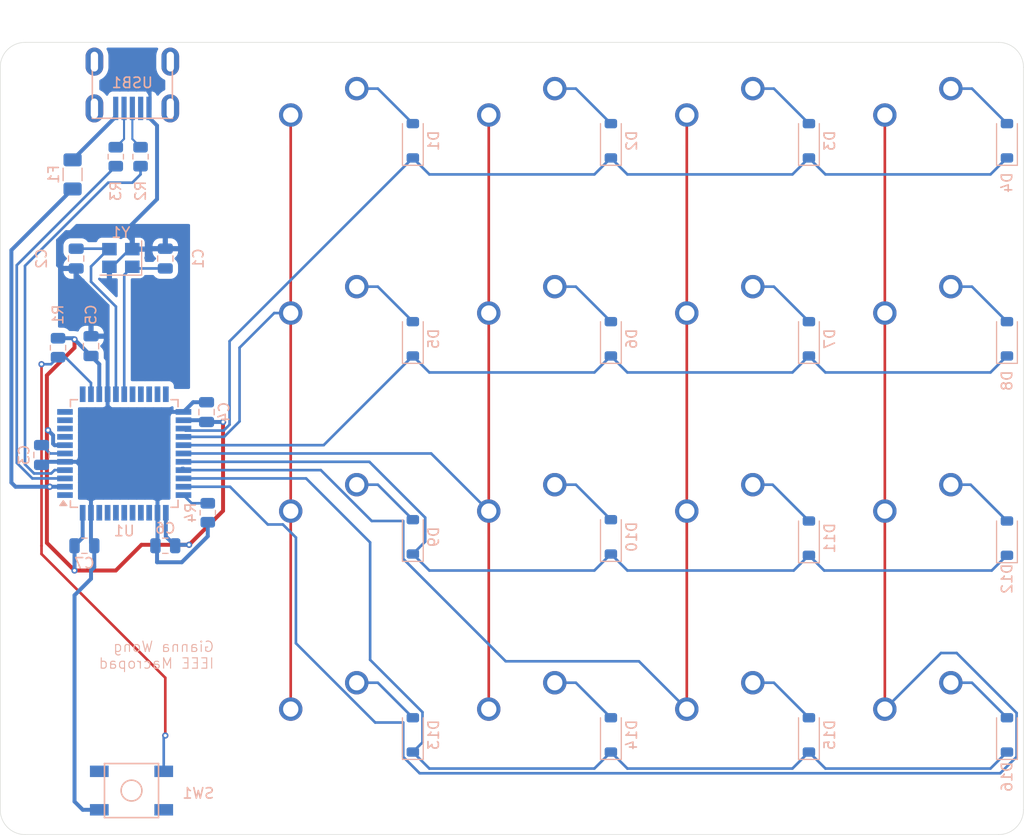
<source format=kicad_pcb>
(kicad_pcb (version 20240108) (generator "pcbnew") (generator_version "8.0")
  (layers (0 "F.Cu" signal) (31 "B.Cu" signal) (34 "B.Paste" user) (35 "F.Paste" user) (36 "B.SilkS" user "B.Silkscreen") (37 "F.SilkS" user "F.Silkscreen") (38 "B.Mask" user) (39 "F.Mask" user) (44 "Edge.Cuts" user))
  (net 0 "")
  (net 1 "GND")
  (net 2 "Net-(U1-UCAP)")
  (net 3 "+5V")
  (net 4 "Net-(U1-XTAL1)")
  (net 5 "Net-(U1-XTAL2)")
  (net 6 "Net-(D1-A)")
  (net 7 "ROW0")
  (net 8 "Net-(D2-A)")
  (net 9 "Net-(D3-A)")
  (net 10 "Net-(D4-A)")
  (net 11 "ROW1")
  (net 12 "Net-(D5-A)")
  (net 13 "Net-(D6-A)")
  (net 14 "Net-(D7-A)")
  (net 15 "Net-(D8-A)")
  (net 16 "Net-(D9-A)")
  (net 17 "ROW2")
  (net 18 "Net-(D10-A)")
  (net 19 "Net-(D11-A)")
  (net 20 "Net-(D12-A)")
  (net 21 "Net-(D13-A)")
  (net 22 "ROW3")
  (net 23 "Net-(D14-A)")
  (net 24 "Net-(D15-A)")
  (net 25 "Net-(D16-A)")
  (net 26 "VCC")
  (net 27 "COL0")
  (net 28 "COL1")
  (net 29 "COL2")
  (net 30 "COL3")
  (net 34 "Net-(U1-D-)")
  (net 35 "Net-(U1-~{HWB}{slash}PE2)")
  (net 36 "D+")
  (net 37 "Net-(U1-D+)")
  (net 38 "D-")
  (net 39 "Net-(U1-~{RESET})")
  (footprint "MX_Only:MXOnly-1U-NoLED" (layer "F.Cu") (at 176.2125 53.18125)
    (property "Reference" "MX6")
    (property "Value" "MX-NoLED")
  )
  (footprint "MX_Only:MXOnly-1U-NoLED" (layer "F.Cu") (at 195.2625 72.23125)
    (property "Reference" "MX11")
    (property "Value" "MX-NoLED")
  )
  (footprint "MX_Only:MXOnly-1U-NoLED" (layer "F.Cu") (at 214.3125 91.28125)
    (property "Reference" "MX16")
    (property "Value" "MX-NoLED")
  )
  (footprint "MX_Only:MXOnly-1U-NoLED" (layer "F.Cu") (at 214.3125 53.18125)
    (property "Reference" "MX8")
    (property "Value" "MX-NoLED")
  )
  (footprint "MX_Only:MXOnly-1U-NoLED" (layer "F.Cu") (at 214.3125 34.13125)
    (property "Reference" "MX4")
    (property "Value" "MX-NoLED")
  )
  (footprint "MX_Only:MXOnly-1U-NoLED" (layer "F.Cu") (at 195.2625 34.13125)
    (property "Reference" "MX3")
    (property "Value" "MX-NoLED")
  )
  (footprint "MX_Only:MXOnly-1U-NoLED" (layer "F.Cu") (at 157.1625 53.18125)
    (property "Reference" "MX5")
    (property "Value" "MX-NoLED")
  )
  (footprint "MX_Only:MXOnly-1U-NoLED" (layer "F.Cu") (at 157.1625 34.13125)
    (property "Reference" "MX1")
    (property "Value" "MX-NoLED")
  )
  (footprint "MX_Only:MXOnly-1U-NoLED" (layer "F.Cu") (at 214.3125 72.23125)
    (property "Reference" "MX12")
    (property "Value" "MX-NoLED")
  )
  (footprint "MX_Only:MXOnly-1U-NoLED" (layer "F.Cu") (at 195.2625 91.28125)
    (property "Reference" "MX15")
    (property "Value" "MX-NoLED")
  )
  (footprint "MX_Only:MXOnly-1U-NoLED" (layer "F.Cu") (at 176.2125 34.13125)
    (property "Reference" "MX2")
    (property "Value" "MX-NoLED")
  )
  (footprint "MX_Only:MXOnly-1U-NoLED" (layer "F.Cu") (at 157.1625 72.23125)
    (property "Reference" "MX9")
    (property "Value" "MX-NoLED")
  )
  (footprint "MX_Only:MXOnly-1U-NoLED" (layer "F.Cu") (at 195.2625 53.18125)
    (property "Reference" "MX7")
    (property "Value" "MX-NoLED")
  )
  (footprint "MX_Only:MXOnly-1U-NoLED" (layer "F.Cu") (at 176.2125 72.23125)
    (property "Reference" "MX10")
    (property "Value" "MX-NoLED")
  )
  (footprint "MX_Only:MXOnly-1U-NoLED" (layer "F.Cu") (at 176.2125 91.28125)
    (property "Reference" "MX14")
    (property "Value" "MX-NoLED")
  )
  (footprint "MX_Only:MXOnly-1U-NoLED" (layer "F.Cu") (at 157.1625 91.28125)
    (property "Reference" "MX13")
    (property "Value" "MX-NoLED")
  )
  (footprint "Diode_SMD:D_SOD-123" (layer "B.Cu") (at 165.1 72.16875 90)
    (property "Reference" "D9")
    (property "Value" "SOD-123")
  )
  (footprint "random-keyboard-parts:Molex-0548190589" (layer "B.Cu") (at 138.11875 26.45625 -90)
    (property "Reference" "USB1")
    (property "Value" "Molex-0548190589")
  )
  (footprint "random-keyboard-parts:SKQG-1155865" (layer "B.Cu") (at 138.0375 96.575 180)
    (property "Reference" "SW1")
    (property "Value" "SW_Push")
  )
  (footprint "Diode_SMD:D_SOD-123" (layer "B.Cu") (at 184.15 72.16875 90)
    (property "Reference" "D10")
    (property "Value" "SOD-123")
  )
  (footprint "Diode_SMD:D_SOD-123" (layer "B.Cu") (at 184.15 34.06875 90)
    (property "Reference" "D2")
    (property "Value" "SOD-123")
  )
  (footprint "Diode_SMD:D_SOD-123" (layer "B.Cu") (at 165.1 91.21875 90)
    (property "Reference" "D13")
    (property "Value" "SOD-123")
  )
  (footprint "Diode_SMD:D_SOD-123" (layer "B.Cu") (at 203.2 72.29375 90)
    (property "Reference" "D11")
    (property "Value" "SOD-123")
  )
  (footprint "Resistor_SMD:R_0805_2012Metric" (layer "B.Cu") (at 136.525 35.6 -90)
    (property "Reference" "R3")
    (property "Value" "22")
  )
  (footprint "Capacitor_SMD:C_0805_2012Metric" (layer "B.Cu") (at 141.2875 73.025 180)
    (property "Reference" "C6")
    (property "Value" "0.1uF")
  )
  (footprint "Diode_SMD:D_SOD-123" (layer "B.Cu") (at 165.1 53.11875 90)
    (property "Reference" "D5")
    (property "Value" "SOD-123")
  )
  (footprint "Diode_SMD:D_SOD-123" (layer "B.Cu") (at 222.25 34.06875 90)
    (property "Reference" "D4")
    (property "Value" "SOD-123")
  )
  (footprint "Resistor_SMD:R_0805_2012Metric" (layer "B.Cu") (at 130.96875 53.975 -90)
    (property "Reference" "R1")
    (property "Value" "10k")
  )
  (footprint "Diode_SMD:D_SOD-123" (layer "B.Cu") (at 165.1 34.06875 90)
    (property "Reference" "D1")
    (property "Value" "SOD-123")
  )
  (footprint "Capacitor_SMD:C_0805_2012Metric" (layer "B.Cu") (at 133.50625 73.025)
    (property "Reference" "C7")
    (property "Value" "10uF")
  )
  (footprint "Diode_SMD:D_SOD-123" (layer "B.Cu") (at 222.25 91.21875 90)
    (property "Reference" "D16")
    (property "Value" "SOD-123")
  )
  (footprint "Capacitor_SMD:C_0805_2012Metric" (layer "B.Cu") (at 134.14375 53.81875 90)
    (property "Reference" "C5")
    (property "Value" "0.1uF")
  )
  (footprint "Diode_SMD:D_SOD-123" (layer "B.Cu") (at 203.2 91.21875 90)
    (property "Reference" "D15")
    (property "Value" "SOD-123")
  )
  (footprint "Diode_SMD:D_SOD-123" (layer "B.Cu") (at 184.15 91.21875 90)
    (property "Reference" "D14")
    (property "Value" "SOD-123")
  )
  (footprint "Resistor_SMD:R_0805_2012Metric" (layer "B.Cu") (at 138.90625 35.6 -90)
    (property "Reference" "R2")
    (property "Value" "22")
  )
  (footprint "Capacitor_SMD:C_0805_2012Metric" (layer "B.Cu") (at 129.38125 64.29375 -90)
    (property "Reference" "C3")
    (property "Value" "1uF")
  )
  (footprint "Diode_SMD:D_SOD-123" (layer "B.Cu") (at 222.25 72.29375 90)
    (property "Reference" "D12")
    (property "Value" "SOD-123")
  )
  (footprint "Capacitor_SMD:C_0805_2012Metric" (layer "B.Cu") (at 132.7125 45.4 90)
    (property "Reference" "C2")
    (property "Value" "22pF")
  )
  (footprint "Package_QFP:TQFP-44_10x10mm_P0.8mm" (layer "B.Cu") (at 137.3375 64.15)
    (property "Reference" "U1")
    (property "Value" "ATmega32U4-A")
  )
  (footprint "Diode_SMD:D_SOD-123" (layer "B.Cu") (at 222.25 53.11875 90)
    (property "Reference" "D8")
    (property "Value" "SOD-123")
  )
  (footprint "Resistor_SMD:R_0805_2012Metric" (layer "B.Cu") (at 145.375 69.85 -90)
    (property "Reference" "R4")
    (property "Value" "10k")
  )
  (footprint "Crystal:Crystal_SMD_3225-4Pin_3.2x2.5mm" (layer "B.Cu") (at 137.0125 45.34375 180)
    (property "Reference" "Y1")
    (property "Value" "16MHz")
  )
  (footprint "Fuse:Fuse_1206_3216Metric" (layer "B.Cu") (at 132.36875 37.30625 -90)
    (property "Reference" "F1")
    (property "Value" "500mA")
  )
  (footprint "Diode_SMD:D_SOD-123" (layer "B.Cu") (at 203.2 34.06875 90)
    (property "Reference" "D3")
    (property "Value" "SOD-123")
  )
  (footprint "Capacitor_SMD:C_0805_2012Metric" (layer "B.Cu") (at 141.2875 45.4 -90)
    (property "Reference" "C1")
    (property "Value" "22pF")
  )
  (footprint "Diode_SMD:D_SOD-123" (layer "B.Cu") (at 184.15 53.11875 90)
    (property "Reference" "D6")
    (property "Value" "SOD-123")
  )
  (footprint "Capacitor_SMD:C_0805_2012Metric" (layer "B.Cu") (at 145.25625 60.16875 90)
    (property "Reference" "C4")
    (property "Value" "0.1uF")
  )
  (footprint "Diode_SMD:D_SOD-123" (layer "B.Cu") (at 203.2 53.11875 90)
    (property "Reference" "D7")
    (property "Value" "SOD-123")
  )
  (gr_line (start 221.45625 100.80625) (end 127.79375 100.80625) (stroke (width 0.05)) (layer "Edge.Cuts"))
  (gr_line (start 223.8375 26.9875) (end 223.8375 98.425) (stroke (width 0.05)) (layer "Edge.Cuts"))
  (gr_line (start 127.79375 24.60625) (end 221.45625 24.60625) (stroke (width 0.05)) (layer "Edge.Cuts"))
  (gr_arc (start 221.45625 24.60625) (mid 223.140048 25.303702) (end 223.8375 26.9875) (stroke (width 0.05)) (layer "Edge.Cuts"))
  (gr_arc (start 223.8375 98.425) (mid 223.140048 100.108798) (end 221.45625 100.80625) (stroke (width 0.05)) (layer "Edge.Cuts"))
  (gr_arc (start 125.4125 26.9875) (mid 126.109952 25.303702) (end 127.79375 24.60625) (stroke (width 0.05)) (layer "Edge.Cuts"))
  (gr_arc (start 127.79375 100.80625) (mid 126.109952 100.108798) (end 125.4125 98.425) (stroke (width 0.05)) (layer "Edge.Cuts"))
  (gr_line (start 125.4125 98.425) (end 125.4125 26.9875) (stroke (width 0.05)) (layer "Edge.Cuts"))
  (gr_text "Gianna Wong\nIEEE Macropad" (at 146.05 84.93125 0) (layer "B.SilkS") (effects (font (size 1 1) (thickness 0.1)) (justify left bottom mirror)))
  (segment (start 130.96875 46.0375) (end 130.96875 43.65625) (width 0.381) (layer "B.Cu") (net 1))
  (segment (start 137.31875 42.8625) (end 138.1125 43.65625) (width 0.381) (layer "B.Cu") (net 1))
  (segment (start 138.15625 44.45) (end 138.1125 44.49375) (width 0.254) (layer "B.Cu") (net 1))
  (segment (start 131.7625 42.8625) (end 137.31875 42.8625) (width 0.381) (layer "B.Cu") (net 1))
  (segment (start 136.1665 46.19375) (end 137.8665 44.49375) (width 0.254) (layer "B.Cu") (net 1))
  (segment (start 132.7125 46.35) (end 132.7125 46.925606) (width 0.381) (layer "B.Cu") (net 1))
  (segment (start 145.375 70.7625) (end 145.375 72.1125) (width 0.381) (layer "B.Cu") (net 1))
  (segment (start 140.49375 74.6125) (end 140.49375 73.18125) (width 0.381) (layer "B.Cu") (net 1))
  (segment (start 135.7375 53.18125) (end 135.7375 58.45) (width 0.381) (layer "B.Cu") (net 1))
  (segment (start 135.73125 58.7375) (end 135.7375 58.73125) (width 0.381) (layer "B.Cu") (net 1))
  (segment (start 129.38125 65.24375) (end 129.675 64.95) (width 0.381) (layer "B.Cu") (net 1))
  (segment (start 132.55625 77.7875) (end 134.14375 76.2) (width 0.381) (layer "B.Cu") (net 1))
  (segment (start 138.55025 62.39375) (end 138.55025 66.319) (width 0.381) (layer "B.Cu") (net 1))
  (segment (start 132.7685 64.95) (end 134.1375 66.319) (width 0.381) (layer "B.Cu") (net 1))
  (segment (start 131.28125 46.35) (end 130.96875 46.0375) (width 0.381) (layer "B.Cu") (net 1))
  (segment (start 135.9125 46.19375) (end 136.1665 46.19375) (width 0.254) (layer "B.Cu") (net 1))
  (segment (start 140.5375 72.825) (end 140.3375 73.025) (width 0.381) (layer "B.Cu") (net 1))
  (segment (start 135.8875 46.19375) (end 135.73125 46.0375) (width 0.381) (layer "B.Cu") (net 1))
  (segment (start 140.5375 68.30625) (end 140.5375 69.85) (width 0.381) (layer "B.Cu") (net 1))
  (segment (start 134.1375 72.70625) (end 134.1375 69.85) (width 0.381) (layer "B.Cu") (net 1))
  (segment (start 131.6375 64.95) (end 132.7685 64.95) (width 0.381) (layer "B.Cu") (net 1))
  (segment (start 141.24375 44.49375) (end 141.2875 44.45) (width 0.254) (layer "B.Cu") (net 1))
  (segment (start 134.1375 66.319) (end 134.1375 69.85) (width 0.381) (layer "B.Cu") (net 1))
  (segment (start 140.794 60.15) (end 143.0375 60.15) (width 0.381) (layer "B.Cu") (net 1))
  (segment (start 132.7125 46.925606) (end 135.7375 49.950606) (width 0.381) (layer "B.Cu") (net 1))
  (segment (start 134.1375 66.319) (end 138.55025 66.319) (width 0.381) (layer "B.Cu") (net 1))
  (segment (start 135.7375 58.45) (end 135.7375 58.73125) (width 0.381) (layer "B.Cu") (net 1))
  (segment (start 137.8665 44.49375) (end 138.1125 44.49375) (width 0.254) (layer "B.Cu") (net 1))
  (segment (start 135.7375 59.581) (end 138.55025 62.39375) (width 0.381) (layer "B.Cu") (net 1))
  (segment (start 138.1125 43.65625) (end 138.1125 44.49375) (width 0.381) (layer "B.Cu") (net 1))
  (segment (start 143.96875 59.21875) (end 143.0375 60.15) (width 0.381) (layer "B.Cu") (net 1))
  (segment (start 135.7375 58.45) (end 135.7375 59.581) (width 0.381) (layer "B.Cu") (net 1))
  (segment (start 138.55025 66.319) (end 140.5375 68.30625) (width 0.381) (layer "B.Cu") (net 1))
  (segment (start 140.49375 39.6875) (end 137.31875 42.8625) (width 0.381) (layer "B.Cu") (net 1))
  (segment (start 142.875 74.6125) (end 140.49375 74.6125) (width 0.381) (layer "B.Cu") (net 1))
  (segment (start 130.96875 43.65625) (end 131.7625 42.8625) (width 0.381) (layer "B.Cu") (net 1))
  (segment (start 140.49375 73.18125) (end 140.3375 73.025) (width 0.381) (layer "B.Cu") (net 1))
  (segment (start 145.375 72.1125) (end 142.875 74.6125) (width 0.381) (layer "B.Cu") (net 1))
  (segment (start 134.45625 75.09375) (end 134.45625 73.025) (width 0.381) (layer "B.Cu") (net 1))
  (segment (start 134.14375 76.2) (end 134.14375 75.40625) (width 0.381) (layer "B.Cu") (net 1))
  (segment (start 145.25625 59.21875) (end 143.96875 59.21875) (width 0.381) (layer "B.Cu") (net 1))
  (segment (start 140.5375 69.85) (end 140.5375 72.825) (width 0.381) (layer "B.Cu") (net 1))
  (segment (start 141.2875 44.45) (end 138.15625 44.45) (width 0.254) (layer "B.Cu") (net 1))
  (segment (start 135.425 52.86875) (end 135.7375 53.18125) (width 0.381) (layer "B.Cu") (net 1))
  (segment (start 133.35 98.425) (end 132.55625 97.63125) (width 0.381) (layer "B.Cu") (net 1))
  (segment (start 134.14375 75.40625) (end 134.45625 75.09375) (width 0.381) (layer "B.Cu") (net 1))
  (segment (start 134.9375 98.425) (end 133.35 98.425) (width 0.381) (layer "B.Cu") (net 1))
  (segment (start 134.14375 52.86875) (end 135.425 52.86875) (width 0.381) (layer "B.Cu") (net 1))
  (segment (start 129.675 64.95) (end 131.6375 64.95) (width 0.381) (layer "B.Cu") (net 1))
  (segment (start 132.55625 97.63125) (end 132.55625 77.7875) (width 0.381) (layer "B.Cu") (net 1))
  (segment (start 138.55025 62.39375) (end 140.794 60.15) (width 0.381) (layer "B.Cu") (net 1))
  (segment (start 135.7375 49.950606) (end 135.7375 53.18125) (width 0.381) (layer "B.Cu") (net 1))
  (segment (start 134.45625 73.025) (end 134.1375 72.70625) (width 0.381) (layer "B.Cu") (net 1))
  (segment (start 140.49375 32.60625) (end 140.49375 39.6875) (width 0.381) (layer "B.Cu") (net 1))
  (segment (start 132.7125 46.35) (end 131.28125 46.35) (width 0.381) (layer "B.Cu") (net 1))
  (segment (start 140.49375 32.60625) (end 139.71875 31.83125) (width 0.381) (layer "B.Cu") (net 1))
  (segment (start 139.71875 31.83125) (end 139.71875 30.95625) (width 0.381) (layer "B.Cu") (net 1))
  (segment (start 130.1875 64.15) (end 131.6375 64.15) (width 0.254) (layer "B.Cu") (net 2))
  (segment (start 129.38125 63.34375) (end 130.1875 64.15) (width 0.254) (layer "B.Cu") (net 2))
  (segment (start 130.05625 67.46875) (end 130.175 67.35) (width 0.381) (layer "F.Cu") (net 3))
  (segment (start 143.577367 72.933617) (end 138.997633 72.933617) (width 0.381) (layer "F.Cu") (net 3))
  (segment (start 129.89875 56.6325) (end 129.89875 67.46875) (width 0.381) (layer "F.Cu") (net 3))
  (segment (start 129.89875 67.46875) (end 130.05625 67.46875) (width 0.381) (layer "F.Cu") (net 3))
  (segment (start 136.525 75.40625) (end 132.55625 75.40625) (width 0.381) (layer "F.Cu") (net 3))
  (segment (start 146.84375 61.11875) (end 146.84375 69.667234) (width 0.381) (layer "F.Cu") (net 3))
  (segment (start 146.84375 69.667234) (end 143.577367 72.933617) (width 0.381) (layer "F.Cu") (net 3))
  (segment (start 129.89875 67.46875) (end 129.89875 72.74875) (width 0.381) (layer "F.Cu") (net 3))
  (segment (start 132.55625 53.975) (end 129.89875 56.6325) (width 0.381) (layer "F.Cu") (net 3))
  (segment (start 132.55625 53.18125) (end 132.55625 53.975) (width 0.381) (layer "F.Cu") (net 3))
  (segment (start 129.89875 72.74875) (end 132.55625 75.40625) (width 0.381) (layer "F.Cu") (net 3))
  (segment (start 138.997633 72.933617) (end 136.525 75.40625) (width 0.381) (layer "F.Cu") (net 3))
  (via (at 132.55625 53.18125) (size 0.6) (drill 0.3) (layers "F.Cu" "B.Cu") (net 3))
  (via (at 130.00825 61.9125) (size 0.6) (drill 0.3) (layers "F.Cu" "B.Cu") (net 3))
  (via (at 130.175 67.35) (size 0.6) (drill 0.3) (layers "F.Cu" "B.Cu") (net 3))
  (via (at 132.55625 75.40625) (size 0.6) (drill 0.3) (layers "F.Cu" "B.Cu") (net 3))
  (via (at 143.577367 72.933617) (size 0.6) (drill 0.3) (layers "F.Cu" "B.Cu") (net 3))
  (via (at 146.84375 61.11875) (size 0.6) (drill 0.3) (layers "F.Cu" "B.Cu") (net 3))
  (segment (start 130.96875 53.0625) (end 132.4375 53.0625) (width 0.381) (layer "B.Cu") (net 3))
  (segment (start 132.36875 38.70625) (end 126.4825 44.5925) (width 0.381) (layer "B.Cu") (net 3))
  (segment (start 141.3375 72.125) (end 142.2375 73.025) (width 0.381) (layer "B.Cu") (net 3))
  (segment (start 134.14375 54.76875) (end 134.9375 55.5625) (width 0.381) (layer "B.Cu") (net 3))
  (segment (start 131.6375 63.35) (end 130.6315 63.35) (width 0.381) (layer "B.Cu") (net 3))
  (segment (start 145.0875 60.95) (end 143.0375 60.95) (width 0.381) (layer "B.Cu") (net 3))
  (segment (start 145.25625 61.11875) (end 145.0875 60.95) (width 0.381) (layer "B.Cu") (net 3))
  (segment (start 126.4825 66.95125) (end 126.88125 67.35) (width 0.381) (layer "B.Cu") (net 3))
  (segment (start 126.4825 44.5925) (end 126.4825 66.95125) (width 0.381) (layer "B.Cu") (net 3))
  (segment (start 145.25625 61.11875) (end 146.84375 61.11875) (width 0.381) (layer "B.Cu") (net 3))
  (segment (start 126.88125 67.35) (end 131.6375 67.35) (width 0.381) (layer "B.Cu") (net 3))
  (segment (start 134.9375 55.5625) (end 134.9375 58.45) (width 0.381) (layer "B.Cu") (net 3))
  (segment (start 130.497 63.2155) (end 130.497 62.40125) (width 0.381) (layer "B.Cu") (net 3))
  (segment (start 142.328883 72.933617) (end 142.2375 73.025) (width 0.381) (layer "B.Cu") (net 3))
  (segment (start 130.497 62.40125) (end 130.00825 61.9125) (width 0.381) (layer "B.Cu") (net 3))
  (segment (start 132.55625 53.18125) (end 134.14375 54.76875) (width 0.381) (layer "B.Cu") (net 3))
  (segment (start 141.3375 69.85) (end 141.3375 72.125) (width 0.381) (layer "B.Cu") (net 3))
  (segment (start 132.55625 75.40625) (end 132.55625 73.025) (width 0.381) (layer "B.Cu") (net 3))
  (segment (start 133.3375 72.24375) (end 132.55625 73.025) (width 0.381) (layer "B.Cu") (net 3))
  (segment (start 132.4375 53.0625) (end 132.55625 53.18125) (width 0.381) (layer "B.Cu") (net 3))
  (segment (start 143.577367 72.933617) (end 142.328883 72.933617) (width 0.381) (layer "B.Cu") (net 3))
  (segment (start 133.3375 69.85) (end 133.3375 72.24375) (width 0.381) (layer "B.Cu") (net 3))
  (segment (start 130.6315 63.35) (end 130.497 63.2155) (width 0.381) (layer "B.Cu") (net 3))
  (segment (start 137.3375 46.96875) (end 137.3375 58.45) (width 0.254) (layer "B.Cu") (net 4))
  (segment (start 138.1125 46.19375) (end 137.3375 46.96875) (width 0.254) (layer "B.Cu") (net 4))
  (segment (start 138.26875 46.35) (end 138.1125 46.19375) (width 0.254) (layer "B.Cu") (net 4))
  (segment (start 141.2875 46.35) (end 138.26875 46.35) (width 0.254) (layer "B.Cu") (net 4))
  (segment (start 135.9125 44.49375) (end 135.8125 44.49375) (width 0.254) (layer "B.Cu") (net 5))
  (segment (start 135.86875 44.45) (end 135.9125 44.49375) (width 0.254) (layer "B.Cu") (net 5))
  (segment (start 132.7125 44.45) (end 135.86875 44.45) (width 0.254) (layer "B.Cu") (net 5))
  (segment (start 134.14375 46.1625) (end 134.14375 47.625) (width 0.254) (layer "B.Cu") (net 5))
  (segment (start 135.8125 44.49375) (end 134.14375 46.1625) (width 0.254) (layer "B.Cu") (net 5))
  (segment (start 136.5375 50.01875) (end 136.5375 58.45) (width 0.254) (layer "B.Cu") (net 5))
  (segment (start 134.14375 47.625) (end 136.5375 50.01875) (width 0.254) (layer "B.Cu") (net 5))
  (segment (start 159.7025 29.05125) (end 161.7325 29.05125) (width 0.254) (layer "B.Cu") (net 6))
  (segment (start 161.7325 29.05125) (end 165.1 32.41875) (width 0.254) (layer "B.Cu") (net 6))
  (segment (start 182.5625 37.30625) (end 166.6875 37.30625) (width 0.254) (layer "B.Cu") (net 7))
  (segment (start 184.15 35.71875) (end 182.5625 37.30625) (width 0.254) (layer "B.Cu") (net 7))
  (segment (start 146.903462 61.94575) (end 147.47075 61.378462) (width 0.254) (layer "B.Cu") (net 7))
  (segment (start 220.6625 37.30625) (end 204.7875 37.30625) (width 0.254) (layer "B.Cu") (net 7))
  (segment (start 166.6875 37.30625) (end 165.1 35.71875) (width 0.254) (layer "B.Cu") (net 7))
  (segment (start 143.23325 61.94575) (end 146.903462 61.94575) (width 0.254) (layer "B.Cu") (net 7))
  (segment (start 143.0375 61.75) (end 143.23325 61.94575) (width 0.254) (layer "B.Cu") (net 7))
  (segment (start 203.2 35.71875) (end 201.6125 37.30625) (width 0.254) (layer "B.Cu") (net 7))
  (segment (start 201.6125 37.30625) (end 185.7375 37.30625) (width 0.254) (layer "B.Cu") (net 7))
  (segment (start 147.47075 53.348) (end 165.1 35.71875) (width 0.254) (layer "B.Cu") (net 7))
  (segment (start 147.47075 61.378462) (end 147.47075 53.348) (width 0.254) (layer "B.Cu") (net 7))
  (segment (start 222.25 35.71875) (end 220.6625 37.30625) (width 0.254) (layer "B.Cu") (net 7))
  (segment (start 185.7375 37.30625) (end 184.15 35.71875) (width 0.254) (layer "B.Cu") (net 7))
  (segment (start 204.7875 37.30625) (end 203.2 35.71875) (width 0.254) (layer "B.Cu") (net 7))
  (segment (start 178.7525 29.05125) (end 180.7825 29.05125) (width 0.254) (layer "B.Cu") (net 8))
  (segment (start 180.7825 29.05125) (end 184.15 32.41875) (width 0.254) (layer "B.Cu") (net 8))
  (segment (start 199.8325 29.05125) (end 203.2 32.41875) (width 0.254) (layer "B.Cu") (net 9))
  (segment (start 197.8025 29.05125) (end 199.8325 29.05125) (width 0.254) (layer "B.Cu") (net 9))
  (segment (start 218.8825 29.05125) (end 222.25 32.41875) (width 0.254) (layer "B.Cu") (net 10))
  (segment (start 216.8525 29.05125) (end 218.8825 29.05125) (width 0.254) (layer "B.Cu") (net 10))
  (segment (start 156.51875 63.35) (end 165.1 54.76875) (width 0.254) (layer "B.Cu") (net 11))
  (segment (start 182.5625 56.35625) (end 184.15 54.76875) (width 0.254) (layer "B.Cu") (net 11))
  (segment (start 166.6875 56.35625) (end 182.5625 56.35625) (width 0.254) (layer "B.Cu") (net 11))
  (segment (start 184.15 54.76875) (end 185.7375 56.35625) (width 0.254) (layer "B.Cu") (net 11))
  (segment (start 203.2 54.76875) (end 204.7875 56.35625) (width 0.254) (layer "B.Cu") (net 11))
  (segment (start 204.7875 56.35625) (end 220.6625 56.35625) (width 0.254) (layer "B.Cu") (net 11))
  (segment (start 185.7375 56.35625) (end 201.6125 56.35625) (width 0.254) (layer "B.Cu") (net 11))
  (segment (start 165.1 54.76875) (end 166.6875 56.35625) (width 0.254) (layer "B.Cu") (net 11))
  (segment (start 201.6125 56.35625) (end 203.2 54.76875) (width 0.254) (layer "B.Cu") (net 11))
  (segment (start 143.0375 63.35) (end 156.51875 63.35) (width 0.254) (layer "B.Cu") (net 11))
  (segment (start 220.6625 56.35625) (end 222.25 54.76875) (width 0.254) (layer "B.Cu") (net 11))
  (segment (start 161.7325 48.10125) (end 165.1 51.46875) (width 0.254) (layer "B.Cu") (net 12))
  (segment (start 159.7025 48.10125) (end 161.7325 48.10125) (width 0.254) (layer "B.Cu") (net 12))
  (segment (start 180.7825 48.10125) (end 184.15 51.46875) (width 0.254) (layer "B.Cu") (net 13))
  (segment (start 178.7525 48.10125) (end 180.7825 48.10125) (width 0.254) (layer "B.Cu") (net 13))
  (segment (start 199.8325 48.10125) (end 203.2 51.46875) (width 0.254) (layer "B.Cu") (net 14))
  (segment (start 197.8025 48.10125) (end 199.8325 48.10125) (width 0.254) (layer "B.Cu") (net 14))
  (segment (start 216.8525 48.10125) (end 218.8825 48.10125) (width 0.254) (layer "B.Cu") (net 15))
  (segment (start 218.8825 48.10125) (end 222.25 51.46875) (width 0.254) (layer "B.Cu") (net 15))
  (segment (start 159.7025 67.15125) (end 161.7325 67.15125) (width 0.254) (layer "B.Cu") (net 16))
  (segment (start 161.7325 67.15125) (end 165.1 70.51875) (width 0.254) (layer "B.Cu") (net 16))
  (segment (start 222.25 73.94375) (end 220.7875 75.40625) (width 0.254) (layer "B.Cu") (net 17))
  (segment (start 143.0375 64.95) (end 160.91813 64.95) (width 0.254) (layer "B.Cu") (net 17))
  (segment (start 165.1 73.81875) (end 166.6875 75.40625) (width 0.254) (layer "B.Cu") (net 17))
  (segment (start 182.5625 75.40625) (end 184.15 73.81875) (width 0.254) (layer "B.Cu") (net 17))
  (segment (start 160.91813 64.95) (end 166.290625 70.322495) (width 0.254) (layer "B.Cu") (net 17))
  (segment (start 166.290625 70.322495) (end 166.290625 72.628125) (width 0.254) (layer "B.Cu") (net 17))
  (segment (start 166.290625 72.628125) (end 165.1 73.81875) (width 0.254) (layer "B.Cu") (net 17))
  (segment (start 201.7375 75.40625) (end 185.7375 75.40625) (width 0.254) (layer "B.Cu") (net 17))
  (segment (start 220.7875 75.40625) (end 204.6625 75.40625) (width 0.254) (layer "B.Cu") (net 17))
  (segment (start 203.2 73.94375) (end 201.7375 75.40625) (width 0.254) (layer "B.Cu") (net 17))
  (segment (start 166.6875 75.40625) (end 182.5625 75.40625) (width 0.254) (layer "B.Cu") (net 17))
  (segment (start 204.6625 75.40625) (end 203.2 73.94375) (width 0.254) (layer "B.Cu") (net 17))
  (segment (start 185.7375 75.40625) (end 184.15 73.81875) (width 0.254) (layer "B.Cu") (net 17))
  (segment (start 180.7825 67.15125) (end 184.15 70.51875) (width 0.254) (layer "B.Cu") (net 18))
  (segment (start 178.7525 67.15125) (end 180.7825 67.15125) (width 0.254) (layer "B.Cu") (net 18))
  (segment (start 197.8025 67.15125) (end 199.7075 67.15125) (width 0.254) (layer "B.Cu") (net 19))
  (segment (start 199.7075 67.15125) (end 203.2 70.64375) (width 0.254) (layer "B.Cu") (net 19))
  (segment (start 216.8525 67.15125) (end 218.7575 67.15125) (width 0.254) (layer "B.Cu") (net 20))
  (segment (start 218.7575 67.15125) (end 222.25 70.64375) (width 0.254) (layer "B.Cu") (net 20))
  (segment (start 161.7325 86.20125) (end 165.1 89.56875) (width 0.254) (layer "B.Cu") (net 21))
  (segment (start 159.7025 86.20125) (end 161.7325 86.20125) (width 0.254) (layer "B.Cu") (net 21))
  (segment (start 182.5625 94.45625) (end 184.15 92.86875) (width 0.254) (layer "B.Cu") (net 22))
  (segment (start 166.027 91.94175) (end 165.1 92.86875) (width 0.254) (layer "B.Cu") (net 22))
  (segment (start 185.7375 94.45625) (end 201.6125 94.45625) (width 0.254) (layer "B.Cu") (net 22))
  (segment (start 201.6125 94.45625) (end 203.2 92.86875) (width 0.254) (layer "B.Cu") (net 22))
  (segment (start 204.7875 94.45625) (end 220.6625 94.45625) (width 0.254) (layer "B.Cu") (net 22))
  (segment (start 165.1 92.86875) (end 166.6875 94.45625) (width 0.254) (layer "B.Cu") (net 22))
  (segment (start 220.6625 94.45625) (end 222.25 92.86875) (width 0.254) (layer "B.Cu") (net 22))
  (segment (start 160.9905 83.99675) (end 166.027 89.03325) (width 0.254) (layer "B.Cu") (net 22))
  (segment (start 160.9905 72.706291) (end 160.9905 83.99675) (width 0.254) (layer "B.Cu") (net 22))
  (segment (start 203.2 92.86875) (end 204.7875 94.45625) (width 0.254) (layer "B.Cu") (net 22))
  (segment (start 166.027 89.03325) (end 166.027 91.94175) (width 0.254) (layer "B.Cu") (net 22))
  (segment (start 184.15 92.86875) (end 185.7375 94.45625) (width 0.254) (layer "B.Cu") (net 22))
  (segment (start 166.6875 94.45625) (end 182.5625 94.45625) (width 0.254) (layer "B.Cu") (net 22))
  (segment (start 154.834209 66.55) (end 160.9905 72.706291) (width 0.254) (layer "B.Cu") (net 22))
  (segment (start 143.0375 66.55) (end 154.834209 66.55) (width 0.254) (layer "B.Cu") (net 22))
  (segment (start 180.7825 86.20125) (end 184.15 89.56875) (width 0.254) (layer "B.Cu") (net 23))
  (segment (start 178.7525 86.20125) (end 180.7825 86.20125) (width 0.254) (layer "B.Cu") (net 23))
  (segment (start 199.8325 86.20125) (end 203.2 89.56875) (width 0.254) (layer "B.Cu") (net 24))
  (segment (start 197.8025 86.20125) (end 199.8325 86.20125) (width 0.254) (layer "B.Cu") (net 24))
  (segment (start 216.8525 86.20125) (end 218.8825 86.20125) (width 0.254) (layer "B.Cu") (net 25))
  (segment (start 218.8825 86.20125) (end 222.25 89.56875) (width 0.254) (layer "B.Cu") (net 25))
  (segment (start 136.51875 31.75625) (end 136.51875 30.95625) (width 0.381) (layer "B.Cu") (net 26))
  (segment (start 132.36875 35.90625) (end 136.51875 31.75625) (width 0.381) (layer "B.Cu") (net 26))
  (segment (start 153.3525 31.59125) (end 153.3525 50.64125) (width 0.254) (layer "F.Cu") (net 27))
  (segment (start 153.3525 88.74125) (end 153.3525 69.69125) (width 0.254) (layer "F.Cu") (net 27))
  (segment (start 153.3525 50.64125) (end 153.3525 69.69125) (width 0.254) (layer "F.Cu") (net 27))
  (segment (start 148.43125 53.975) (end 151.765 50.64125) (width 0.254) (layer "B.Cu") (net 27))
  (segment (start 148.43125 61.060014) (end 148.43125 53.975) (width 0.254) (layer "B.Cu") (net 27))
  (segment (start 151.765 50.64125) (end 153.3525 50.64125) (width 0.254) (layer "B.Cu") (net 27))
  (segment (start 143.0375 62.55) (end 146.941264 62.55) (width 0.254) (layer "B.Cu") (net 27))
  (segment (start 146.941264 62.55) (end 148.43125 61.060014) (width 0.254) (layer "B.Cu") (net 27))
  (segment (start 172.4025 50.64125) (end 172.4025 31.59125) (width 0.254) (layer "F.Cu") (net 28))
  (segment (start 172.4025 88.74125) (end 172.4025 69.69125) (width 0.254) (layer "F.Cu") (net 28))
  (segment (start 172.4025 69.69125) (end 172.4025 50.64125) (width 0.254) (layer "F.Cu") (net 28))
  (segment (start 166.86125 64.15) (end 172.4025 69.69125) (width 0.254) (layer "B.Cu") (net 28))
  (segment (start 143.0375 64.15) (end 166.86125 64.15) (width 0.254) (layer "B.Cu") (net 28))
  (segment (start 191.4525 50.64125) (end 191.4525 69.69125) (width 0.254) (layer "F.Cu") (net 29))
  (segment (start 191.4525 69.69125) (end 191.4525 88.74125) (width 0.254) (layer "F.Cu") (net 29))
  (segment (start 191.4525 31.59125) (end 191.4525 50.64125) (width 0.254) (layer "F.Cu") (net 29))
  (segment (start 143.0375 65.552) (end 142.875 65.552) (width 0.254) (layer "B.Cu") (net 29))
  (segment (start 143.0375 65.75) (end 143.0375 65.552) (width 0.254) (layer "B.Cu") (net 29))
  (segment (start 156.247811 65.75) (end 161.141561 70.64375) (width 0.254) (layer "B.Cu") (net 29))
  (segment (start 143.0375 65.75) (end 156.247811 65.75) (width 0.254) (layer "B.Cu") (net 29))
  (segment (start 186.84875 84.1375) (end 191.4525 88.74125) (width 0.254) (layer "B.Cu") (net 29))
  (segment (start 164.173 70.64375) (end 164.173 74.27863) (width 0.254) (layer "B.Cu") (net 29))
  (segment (start 174.03187 84.1375) (end 186.84875 84.1375) (width 0.254) (layer "B.Cu") (net 29))
  (segment (start 164.173 74.27863) (end 174.03187 84.1375) (width 0.254) (layer "B.Cu") (net 29))
  (segment (start 161.141561 70.64375) (end 164.173 70.64375) (width 0.254) (layer "B.Cu") (net 29))
  (segment (start 210.5025 69.69125) (end 210.5025 50.64125) (width 0.254) (layer "F.Cu") (net 30))
  (segment (start 210.5025 88.74125) (end 210.5025 69.69125) (width 0.254) (layer "F.Cu") (net 30))
  (segment (start 210.5025 50.64125) (end 210.5025 31.59125) (width 0.254) (layer "F.Cu") (net 30))
  (segment (start 164.173 90.02863) (end 164.173 93.32863) (width 0.254) (layer "B.Cu") (net 30))
  (segment (start 165.75462 94.91025) (end 221.59538 94.91025) (width 0.254) (layer "B.Cu") (net 30))
  (segment (start 217.41188 83.34375) (end 215.9 83.34375) (width 0.254) (layer "B.Cu") (net 30))
  (segment (start 147.51875 67.35) (end 151.148 70.97925) (width 0.254) (layer "B.Cu") (net 30))
  (segment (start 164.173 93.32863) (end 165.75462 94.91025) (width 0.254) (layer "B.Cu") (net 30))
  (segment (start 221.59538 94.91025) (end 223.177 93.32863) (width 0.254) (layer "B.Cu") (net 30))
  (segment (start 152.601095 70.97925) (end 153.853095 72.23125) (width 0.254) (layer "B.Cu") (net 30))
  (segment (start 143.0375 67.35) (end 147.51875 67.35) (width 0.254) (layer "B.Cu") (net 30))
  (segment (start 153.853095 72.23125) (end 153.853095 82.405284) (width 0.254) (layer "B.Cu") (net 30))
  (segment (start 223.177 89.10887) (end 217.41188 83.34375) (width 0.254) (layer "B.Cu") (net 30))
  (segment (start 223.177 93.32863) (end 223.177 89.10887) (width 0.254) (layer "B.Cu") (net 30))
  (segment (start 151.148 70.97925) (end 152.601095 70.97925) (width 0.254) (layer "B.Cu") (net 30))
  (segment (start 161.476441 90.02863) (end 164.173 90.02863) (width 0.254) (layer "B.Cu") (net 30))
  (segment (start 153.853095 82.405284) (end 161.476441 90.02863) (width 0.254) (layer "B.Cu") (net 30))
  (segment (start 215.9 83.34375) (end 210.5025 88.74125) (width 0.254) (layer "B.Cu") (net 30))
  (segment (start 131.6375 66.55) (end 128.49752 66.55) (width 0.254) (layer "B.Cu") (net 34))
  (segment (start 128.49752 66.55) (end 127 65.05248) (width 0.254) (layer "B.Cu") (net 34))
  (segment (start 127 65.05248) (end 127 46.0375) (width 0.254) (layer "B.Cu") (net 34))
  (segment (start 127 46.0375) (end 136.525 36.5125) (width 0.254) (layer "B.Cu") (net 34))
  (segment (start 143.825 68.9375) (end 143.0375 68.15) (width 0.254) (layer "B.Cu") (net 35))
  (segment (start 145.375 68.9375) (end 143.825 68.9375) (width 0.254) (layer "B.Cu") (net 35))
  (segment (start 138.11875 33.9) (end 138.90625 34.6875) (width 0.2) (layer "B.Cu") (net 36))
  (segment (start 138.11875 30.95625) (end 138.11875 33.9) (width 0.2) (layer "B.Cu") (net 36))
  (segment (start 127.79375 46.099394) (end 127.79375 65.204178) (width 0.254) (layer "B.Cu") (net 37))
  (segment (start 138.90625 36.5125) (end 138.90625 37.30625) (width 0.254) (layer "B.Cu") (net 37))
  (segment (start 130.6335 65.75) (end 131.6375 65.75) (width 0.254) (layer "B.Cu") (net 37))
  (segment (start 138.1125 38.1) (end 135.793144 38.1) (width 0.254) (layer "B.Cu") (net 37))
  (segment (start 127.79375 65.204178) (end 128.660322 66.07075) (width 0.254) (layer "B.Cu") (net 37))
  (segment (start 138.90625 37.30625) (end 138.1125 38.1) (width 0.254) (layer "B.Cu") (net 37))
  (segment (start 135.793144 38.1) (end 127.79375 46.099394) (width 0.254) (layer "B.Cu") (net 37))
  (segment (start 128.660322 66.07075) (end 130.31275 66.07075) (width 0.254) (layer "B.Cu") (net 37))
  (segment (start 130.31275 66.07075) (end 130.6335 65.75) (width 0.254) (layer "B.Cu") (net 37))
  (segment (start 137.31875 33.89375) (end 136.525 34.6875) (width 0.2) (layer "B.Cu") (net 38))
  (segment (start 137.31875 30.95625) (end 137.31875 33.89375) (width 0.2) (layer "B.Cu") (net 38))
  (segment (start 141.2875 85.725) (end 129.38125 73.81875) (width 0.254) (layer "F.Cu") (net 39))
  (segment (start 129.38125 73.025) (end 129.38125 55.5625) (width 0.254) (layer "F.Cu") (net 39))
  (segment (start 129.38125 73.81875) (end 129.38125 73.025) (width 0.254) (layer "F.Cu") (net 39))
  (segment (start 141.2875 91.28125) (end 141.2875 85.725) (width 0.254) (layer "F.Cu") (net 39))
  (via (at 141.2875 91.28125) (size 0.6) (drill 0.3) (layers "F.Cu" "B.Cu") (net 39))
  (via (at 129.38125 55.5625) (size 0.6) (drill 0.3) (layers "F.Cu" "B.Cu") (net 39))
  (segment (start 130.29375 55.5625) (end 130.96875 54.8875) (width 0.254) (layer "B.Cu") (net 39))
  (segment (start 129.38125 55.5625) (end 130.29375 55.5625) (width 0.254) (layer "B.Cu") (net 39))
  (segment (start 141.1375 94.725) (end 141.1375 91.43125) (width 0.254) (layer "B.Cu") (net 39))
  (segment (start 141.1375 91.43125) (end 141.2875 91.28125) (width 0.254) (layer "B.Cu") (net 39))
  (segment (start 134.1375 57.35625) (end 134.1375 58.45) (width 0.254) (layer "B.Cu") (net 39))
  (segment (start 131.66875 54.8875) (end 134.1375 57.35625) (width 0.254) (layer "B.Cu") (net 39))
  (segment (start 130.96875 54.8875) (end 131.66875 54.8875) (width 0.254) (layer "B.Cu") (net 39))
  (zone (net 1) (net_name "GND") (layer "B.Cu") (priority 1) (connect_pads (clearance 0.5)) (min_thickness 0.25) (fill yes (thermal_gap 0.5) (thermal_bridge_width 0.5))
    (polygon (pts (xy 143.66875 42.06875) (xy 143.66875 57.94375) (xy 130.96875 57.94375) (xy 130.96875 42.06875)))
  )
  (zone (net 1) (net_name "GND") (layer "B.Cu") (priority 2) (connect_pads (clearance 0.5)) (min_thickness 0.25) (fill yes (thermal_gap 0.5) (thermal_bridge_width 0.5))
    (polygon (pts (xy 132.55625 59.53125) (xy 132.55625 69.05625) (xy 142.08125 69.05625) (xy 142.08125 59.53125)))
  )
  (zone (net 1) (net_name "GND") (layer "B.Cu") (connect_pads (clearance 0.5)) (min_thickness 0.25) (fill yes (thermal_gap 0.5) (thermal_bridge_width 0.5))
    (polygon (pts (xy 134.9375 24.60625) (xy 134.9375 31.75) (xy 141.2875 31.75) (xy 141.2875 24.60625)))
  )
)
</source>
